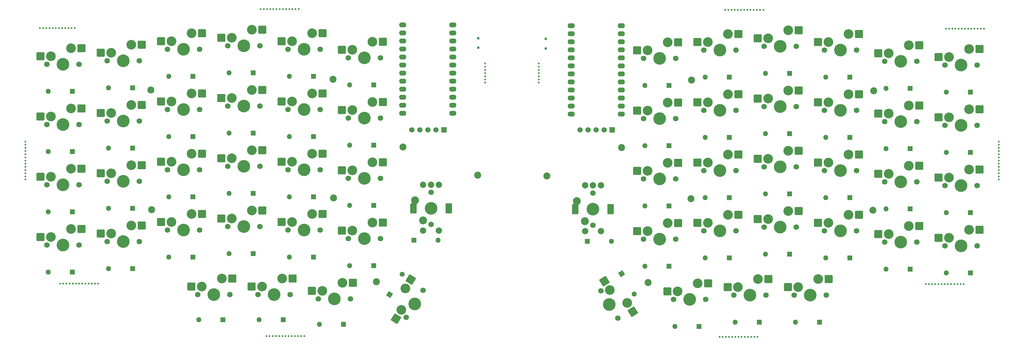
<source format=gbr>
G04 #@! TF.GenerationSoftware,KiCad,Pcbnew,9.0.3*
G04 #@! TF.CreationDate,2025-10-28T13:13:55+10:00*
G04 #@! TF.ProjectId,prototype-mk1_panel,70726f74-6f74-4797-9065-2d6d6b315f70,rev?*
G04 #@! TF.SameCoordinates,Original*
G04 #@! TF.FileFunction,Soldermask,Bot*
G04 #@! TF.FilePolarity,Negative*
%FSLAX46Y46*%
G04 Gerber Fmt 4.6, Leading zero omitted, Abs format (unit mm)*
G04 Created by KiCad (PCBNEW 9.0.3) date 2025-10-28 13:13:55*
%MOMM*%
%LPD*%
G01*
G04 APERTURE LIST*
G04 Aperture macros list*
%AMRoundRect*
0 Rectangle with rounded corners*
0 $1 Rounding radius*
0 $2 $3 $4 $5 $6 $7 $8 $9 X,Y pos of 4 corners*
0 Add a 4 corners polygon primitive as box body*
4,1,4,$2,$3,$4,$5,$6,$7,$8,$9,$2,$3,0*
0 Add four circle primitives for the rounded corners*
1,1,$1+$1,$2,$3*
1,1,$1+$1,$4,$5*
1,1,$1+$1,$6,$7*
1,1,$1+$1,$8,$9*
0 Add four rect primitives between the rounded corners*
20,1,$1+$1,$2,$3,$4,$5,0*
20,1,$1+$1,$4,$5,$6,$7,0*
20,1,$1+$1,$6,$7,$8,$9,0*
20,1,$1+$1,$8,$9,$2,$3,0*%
%AMHorizOval*
0 Thick line with rounded ends*
0 $1 width*
0 $2 $3 position (X,Y) of the first rounded end (center of the circle)*
0 $4 $5 position (X,Y) of the second rounded end (center of the circle)*
0 Add line between two ends*
20,1,$1,$2,$3,$4,$5,0*
0 Add two circle primitives to create the rounded ends*
1,1,$1,$2,$3*
1,1,$1,$4,$5*%
%AMRotRect*
0 Rectangle, with rotation*
0 The origin of the aperture is its center*
0 $1 length*
0 $2 width*
0 $3 Rotation angle, in degrees counterclockwise*
0 Add horizontal line*
21,1,$1,$2,0,0,$3*%
G04 Aperture macros list end*
%ADD10C,0.600000*%
%ADD11C,1.750000*%
%ADD12C,3.050000*%
%ADD13C,4.000000*%
%ADD14RoundRect,0.250000X-1.025000X-1.000000X1.025000X-1.000000X1.025000X1.000000X-1.025000X1.000000X0*%
%ADD15C,2.200000*%
%ADD16O,2.300000X1.600000*%
%ADD17RoundRect,0.250000X-1.391215X0.339330X-0.304881X-1.399169X1.391215X-0.339330X0.304881X1.399169X0*%
%ADD18C,2.000000*%
%ADD19RoundRect,0.250000X-0.750000X1.350000X-0.750000X-1.350000X0.750000X-1.350000X0.750000X1.350000X0*%
%ADD20C,2.500000*%
%ADD21C,0.850000*%
%ADD22R,1.700000X1.700000*%
%ADD23C,1.700000*%
%ADD24RoundRect,0.250000X0.304881X-1.399169X1.391215X0.339330X-0.304881X1.399169X-1.391215X-0.339330X0*%
%ADD25R,1.600000X1.600000*%
%ADD26O,1.600000X1.600000*%
%ADD27RotRect,1.600000X1.600000X302.000000*%
%ADD28HorizOval,1.600000X0.000000X0.000000X0.000000X0.000000X0*%
%ADD29RotRect,1.600000X1.600000X58.000000*%
%ADD30HorizOval,1.600000X0.000000X0.000000X0.000000X0.000000X0*%
G04 APERTURE END LIST*
D10*
X203486511Y-53750000D03*
X348800000Y-80400000D03*
X60213200Y-118284240D03*
D11*
X331806511Y-87311219D03*
D12*
X333076511Y-84771219D03*
D13*
X336886511Y-87311219D03*
D12*
X339426511Y-82231219D03*
D11*
X341966511Y-87311219D03*
D14*
X329801511Y-84771219D03*
X342728511Y-82231219D03*
D11*
X105166992Y-100243240D03*
D12*
X106436992Y-97703240D03*
D13*
X110246992Y-100243240D03*
D12*
X112786992Y-95163240D03*
D11*
X115326992Y-100243240D03*
D14*
X103161992Y-97703240D03*
X116088992Y-95163240D03*
D11*
X331806511Y-49211219D03*
D12*
X333076511Y-46671219D03*
D13*
X336886511Y-49211219D03*
D12*
X339426511Y-44131219D03*
D11*
X341966511Y-49211219D03*
D14*
X329801511Y-46671219D03*
X342728511Y-44131219D03*
D10*
X273387119Y-31740719D03*
X266581703Y-135125919D03*
D11*
X48016992Y-48998740D03*
D12*
X49286992Y-46458740D03*
D13*
X53096992Y-48998740D03*
D12*
X55636992Y-43918740D03*
D11*
X58176992Y-48998740D03*
D14*
X46011992Y-46458740D03*
X58938992Y-43918740D03*
D11*
X124216992Y-101386240D03*
D12*
X125486992Y-98846240D03*
D13*
X129296992Y-101386240D03*
D12*
X131836992Y-96306240D03*
D11*
X134376992Y-101386240D03*
D14*
X122211992Y-98846240D03*
X135138992Y-96306240D03*
D10*
X41200000Y-79400000D03*
X267581703Y-135125919D03*
X46832800Y-37511700D03*
X335147919Y-37726319D03*
X123593600Y-31528240D03*
X348800000Y-75400000D03*
X125401800Y-134913440D03*
X263387119Y-31740719D03*
X41200000Y-83400000D03*
X264387119Y-31740719D03*
X348800000Y-78400000D03*
X348800000Y-85400000D03*
D11*
X143266992Y-46903240D03*
D12*
X144536992Y-44363240D03*
D13*
X148346992Y-46903240D03*
D12*
X150886992Y-41823240D03*
D11*
X153426992Y-46903240D03*
D14*
X141261992Y-44363240D03*
X154188992Y-41823240D03*
D11*
X48016992Y-87098740D03*
D12*
X49286992Y-84558740D03*
D13*
X53096992Y-87098740D03*
D12*
X55636992Y-82018740D03*
D11*
X58176992Y-87098740D03*
D14*
X46011992Y-84558740D03*
X58938992Y-82018740D03*
D10*
X343147919Y-37726319D03*
X264581703Y-135125919D03*
X274387119Y-31740719D03*
X265581703Y-135125919D03*
X56213200Y-118284240D03*
D15*
X160542800Y-75114500D03*
D11*
X95641992Y-121769740D03*
D12*
X96911992Y-119229740D03*
D13*
X100721992Y-121769740D03*
D12*
X103261992Y-116689740D03*
D11*
X105801992Y-121769740D03*
D14*
X93636992Y-119229740D03*
X106563992Y-116689740D03*
D10*
X341147919Y-37726319D03*
D11*
X143266992Y-65953240D03*
D12*
X144536992Y-63413240D03*
D13*
X148346992Y-65953240D03*
D12*
X150886992Y-60873240D03*
D11*
X153426992Y-65953240D03*
D14*
X141261992Y-63413240D03*
X154188992Y-60873240D03*
D11*
X105166992Y-62143240D03*
D12*
X106436992Y-59603240D03*
D13*
X110246992Y-62143240D03*
D12*
X112786992Y-57063240D03*
D11*
X115326992Y-62143240D03*
D14*
X103161992Y-59603240D03*
X116088992Y-57063240D03*
D10*
X186500000Y-49750000D03*
X270387119Y-31740719D03*
X55832800Y-37511700D03*
X348800000Y-82400000D03*
X62213200Y-118284240D03*
X348800000Y-84400000D03*
D11*
X274656511Y-43305719D03*
D12*
X275926511Y-40765719D03*
D13*
X279736511Y-43305719D03*
D12*
X282276511Y-38225719D03*
D11*
X284816511Y-43305719D03*
D14*
X272651511Y-40765719D03*
X285578511Y-38225719D03*
D10*
X268387119Y-31740719D03*
X186500000Y-50750000D03*
X326767519Y-118496719D03*
D15*
X138442800Y-53714500D03*
D16*
X213686516Y-36740729D03*
X213686516Y-39280729D03*
X213686516Y-41820729D03*
X213686516Y-44360729D03*
X213686516Y-46900729D03*
X213686516Y-49440729D03*
X213686516Y-51980729D03*
X213686516Y-54520729D03*
X213686516Y-57060729D03*
X213686516Y-59600729D03*
X213686516Y-62140729D03*
X213686516Y-64680729D03*
X229526526Y-64680719D03*
X229526526Y-62140719D03*
X229526526Y-59600719D03*
X229526526Y-57060719D03*
X229526526Y-54520719D03*
X229526526Y-51980719D03*
X229526526Y-49440719D03*
X229526526Y-46900719D03*
X229526526Y-44360719D03*
X229526526Y-41820719D03*
X229526526Y-39280719D03*
X229526526Y-36740719D03*
D11*
X223074941Y-120610039D03*
D12*
X225901981Y-120341065D03*
D13*
X225766931Y-124918123D03*
D12*
X231421010Y-124380175D03*
D11*
X228458921Y-129226207D03*
D17*
X224166495Y-117563707D03*
X233170804Y-127180430D03*
D11*
X220586511Y-89660719D03*
D13*
X220586511Y-94740719D03*
D11*
X220586511Y-99820719D03*
D18*
X223086511Y-87240719D03*
X218086511Y-87240719D03*
X220586511Y-87240719D03*
D19*
X226186511Y-94740719D03*
D20*
X218046511Y-98550719D03*
D18*
X218086511Y-101740719D03*
D20*
X215506511Y-92200719D03*
D19*
X214986511Y-94740719D03*
D18*
X223086511Y-101740719D03*
D11*
X236556511Y-104265719D03*
D12*
X237826511Y-101725719D03*
D13*
X241636511Y-104265719D03*
D12*
X244176511Y-99185719D03*
D11*
X246716511Y-104265719D03*
D14*
X234551511Y-101725719D03*
X247478511Y-99185719D03*
D10*
X333767519Y-118496719D03*
D21*
X205686511Y-43940719D03*
X205686511Y-40940719D03*
D10*
X56832800Y-37511700D03*
D11*
X312756511Y-86168219D03*
D12*
X314026511Y-83628219D03*
D13*
X317836511Y-86168219D03*
D12*
X320376511Y-81088219D03*
D11*
X322916511Y-86168219D03*
D14*
X310751511Y-83628219D03*
X323678511Y-81088219D03*
D10*
X64213200Y-118284240D03*
X41200000Y-84400000D03*
X52832800Y-37511700D03*
X126593600Y-31528240D03*
X55213200Y-118284240D03*
X348800000Y-81400000D03*
D11*
X124216992Y-44236240D03*
D12*
X125486992Y-41696240D03*
D13*
X129296992Y-44236240D03*
D12*
X131836992Y-39156240D03*
D11*
X134376992Y-44236240D03*
D14*
X122211992Y-41696240D03*
X135138992Y-39156240D03*
D11*
X86116992Y-101386240D03*
D12*
X87386992Y-98846240D03*
D13*
X91196992Y-101386240D03*
D12*
X93736992Y-96306240D03*
D11*
X96276992Y-101386240D03*
D14*
X84111992Y-98846240D03*
X97038992Y-96306240D03*
D10*
X125593600Y-31528240D03*
X265387119Y-31740719D03*
D11*
X105166992Y-43093240D03*
D12*
X106436992Y-40553240D03*
D13*
X110246992Y-43093240D03*
D12*
X112786992Y-38013240D03*
D11*
X115326992Y-43093240D03*
D14*
X103161992Y-40553240D03*
X116088992Y-38013240D03*
D11*
X331806511Y-106361219D03*
D12*
X333076511Y-103821219D03*
D13*
X336886511Y-106361219D03*
D12*
X339426511Y-101281219D03*
D11*
X341966511Y-106361219D03*
D14*
X329801511Y-103821219D03*
X342728511Y-101281219D03*
D10*
X333147919Y-37726319D03*
X340147919Y-37726319D03*
X59213200Y-118284240D03*
D11*
X48016992Y-68048740D03*
D12*
X49286992Y-65508740D03*
D13*
X53096992Y-68048740D03*
D12*
X55636992Y-62968740D03*
D11*
X58176992Y-68048740D03*
D14*
X46011992Y-65508740D03*
X58938992Y-62968740D03*
D10*
X260581703Y-135125919D03*
X41200000Y-80400000D03*
X118401800Y-134913440D03*
X266387119Y-31740719D03*
X203486511Y-54750000D03*
X120593600Y-31528240D03*
X47832800Y-37511700D03*
D11*
X265131511Y-121982219D03*
D12*
X266401511Y-119442219D03*
D13*
X270211511Y-121982219D03*
D12*
X272751511Y-116902219D03*
D11*
X275291511Y-121982219D03*
D14*
X263126511Y-119442219D03*
X276053511Y-116902219D03*
D10*
X344147919Y-37726319D03*
X263581703Y-135125919D03*
D11*
X312756511Y-105218219D03*
D12*
X314026511Y-102678219D03*
D13*
X317836511Y-105218219D03*
D12*
X320376511Y-100138219D03*
D11*
X322916511Y-105218219D03*
D14*
X310751511Y-102678219D03*
X323678511Y-100138219D03*
D10*
X117593600Y-31528240D03*
X348800000Y-76400000D03*
X63213200Y-118284240D03*
X51832800Y-37511700D03*
D11*
X86116992Y-82336240D03*
D12*
X87386992Y-79796240D03*
D13*
X91196992Y-82336240D03*
D12*
X93736992Y-77256240D03*
D11*
X96276992Y-82336240D03*
D14*
X84111992Y-79796240D03*
X97038992Y-77256240D03*
D10*
X269581703Y-135125919D03*
D11*
X293706511Y-101598719D03*
D12*
X294976511Y-99058719D03*
D13*
X298786511Y-101598719D03*
D12*
X301326511Y-96518719D03*
D11*
X303866511Y-101598719D03*
D14*
X291701511Y-99058719D03*
X304628511Y-96518719D03*
D10*
X123401800Y-134913440D03*
X122593600Y-31528240D03*
X53213200Y-118284240D03*
X41200000Y-73400000D03*
D22*
X173506992Y-69740719D03*
D23*
X170966992Y-69740719D03*
X168426992Y-69740719D03*
X165886992Y-69740719D03*
X163346992Y-69740719D03*
D10*
X186500000Y-52750000D03*
X127593600Y-31528240D03*
X119593600Y-31528240D03*
X348800000Y-83400000D03*
X203486511Y-52750000D03*
X119401800Y-134913440D03*
D11*
X236556511Y-66165719D03*
D12*
X237826511Y-63625719D03*
D13*
X241636511Y-66165719D03*
D12*
X244176511Y-61085719D03*
D11*
X246716511Y-66165719D03*
D14*
X234551511Y-63625719D03*
X247478511Y-61085719D03*
D10*
X332767519Y-118496719D03*
D11*
X67066992Y-66905740D03*
D12*
X68336992Y-64365740D03*
D13*
X72146992Y-66905740D03*
D12*
X74686992Y-61825740D03*
D11*
X77226992Y-66905740D03*
D14*
X65061992Y-64365740D03*
X77988992Y-61825740D03*
D11*
X105166992Y-81193240D03*
D12*
X106436992Y-78653240D03*
D13*
X110246992Y-81193240D03*
D12*
X112786992Y-76113240D03*
D11*
X115326992Y-81193240D03*
D14*
X103161992Y-78653240D03*
X116088992Y-76113240D03*
D10*
X348800000Y-77400000D03*
X331767519Y-118496719D03*
X50832800Y-37511700D03*
D11*
X124216992Y-63286240D03*
D12*
X125486992Y-60746240D03*
D13*
X129296992Y-63286240D03*
D12*
X131836992Y-58206240D03*
D11*
X134376992Y-63286240D03*
D14*
X122211992Y-60746240D03*
X135138992Y-58206240D03*
D10*
X41200000Y-81400000D03*
D11*
X255606511Y-101598719D03*
D12*
X256876511Y-99058719D03*
D13*
X260686511Y-101598719D03*
D12*
X263226511Y-96518719D03*
D11*
X265766511Y-101598719D03*
D14*
X253601511Y-99058719D03*
X266528511Y-96518719D03*
D11*
X67066992Y-47855740D03*
D12*
X68336992Y-45315740D03*
D13*
X72146992Y-47855740D03*
D12*
X74686992Y-42775740D03*
D11*
X77226992Y-47855740D03*
D14*
X65061992Y-45315740D03*
X77988992Y-42775740D03*
D10*
X272581703Y-135125919D03*
X186500000Y-54750000D03*
X41200000Y-85400000D03*
D11*
X48016992Y-106148740D03*
D12*
X49286992Y-103608740D03*
D13*
X53096992Y-106148740D03*
D12*
X55636992Y-101068740D03*
D11*
X58176992Y-106148740D03*
D14*
X46011992Y-103608740D03*
X58938992Y-101068740D03*
D11*
X274656511Y-81405719D03*
D12*
X275926511Y-78865719D03*
D13*
X279736511Y-81405719D03*
D12*
X282276511Y-76325719D03*
D11*
X284816511Y-81405719D03*
D14*
X272651511Y-78865719D03*
X285578511Y-76325719D03*
D10*
X124593600Y-31528240D03*
D11*
X143266992Y-104053240D03*
D12*
X144536992Y-101513240D03*
D13*
X148346992Y-104053240D03*
D12*
X150886992Y-98973240D03*
D11*
X153426992Y-104053240D03*
D14*
X141261992Y-101513240D03*
X154188992Y-98973240D03*
D11*
X284181511Y-121982219D03*
D12*
X285451511Y-119442219D03*
D13*
X289261511Y-121982219D03*
D12*
X291801511Y-116902219D03*
D11*
X294341511Y-121982219D03*
D14*
X282176511Y-119442219D03*
X295103511Y-116902219D03*
D11*
X312756511Y-67118219D03*
D12*
X314026511Y-64578219D03*
D13*
X317836511Y-67118219D03*
D12*
X320376511Y-62038219D03*
D11*
X322916511Y-67118219D03*
D14*
X310751511Y-64578219D03*
X323678511Y-62038219D03*
D10*
X272387119Y-31740719D03*
X203486511Y-48750000D03*
X115593600Y-31528240D03*
X124401800Y-134913440D03*
X336147919Y-37726319D03*
X270581703Y-135125919D03*
D11*
X293706511Y-63498719D03*
D12*
X294976511Y-60958719D03*
D13*
X298786511Y-63498719D03*
D12*
X301326511Y-58418719D03*
D11*
X303866511Y-63498719D03*
D14*
X291701511Y-60958719D03*
X304628511Y-58418719D03*
D10*
X61213200Y-118284240D03*
X269387119Y-31740719D03*
D11*
X255606511Y-44448719D03*
D12*
X256876511Y-41908719D03*
D13*
X260686511Y-44448719D03*
D12*
X263226511Y-39368719D03*
D11*
X265766511Y-44448719D03*
D14*
X253601511Y-41908719D03*
X266528511Y-39368719D03*
D10*
X271581703Y-135125919D03*
X332147919Y-37726319D03*
X126401800Y-134913440D03*
D11*
X255606511Y-82548719D03*
D12*
X256876511Y-80008719D03*
D13*
X260686511Y-82548719D03*
D12*
X263226511Y-77468719D03*
D11*
X265766511Y-82548719D03*
D14*
X253601511Y-80008719D03*
X266528511Y-77468719D03*
D10*
X325767519Y-118496719D03*
D11*
X86116992Y-44236240D03*
D12*
X87386992Y-41696240D03*
D13*
X91196992Y-44236240D03*
D12*
X93736992Y-39156240D03*
D11*
X96276992Y-44236240D03*
D14*
X84111992Y-41696240D03*
X97038992Y-39156240D03*
D11*
X169396992Y-89448240D03*
D13*
X169396992Y-94528240D03*
D11*
X169396992Y-99608240D03*
D18*
X171896992Y-87028240D03*
X166896992Y-87028240D03*
X169396992Y-87028240D03*
D19*
X174996992Y-94528240D03*
D20*
X166856992Y-98338240D03*
D18*
X166896992Y-101528240D03*
D20*
X164316992Y-91988240D03*
D19*
X163796992Y-94528240D03*
D18*
X171896992Y-101528240D03*
D11*
X274656511Y-62355719D03*
D12*
X275926511Y-59815719D03*
D13*
X279736511Y-62355719D03*
D12*
X282276511Y-57275719D03*
D11*
X284816511Y-62355719D03*
D14*
X272651511Y-59815719D03*
X285578511Y-57275719D03*
D11*
X114691992Y-121769740D03*
D12*
X115961992Y-119229740D03*
D13*
X119771992Y-121769740D03*
D12*
X122311992Y-116689740D03*
D11*
X124851992Y-121769740D03*
D14*
X112686992Y-119229740D03*
X125613992Y-116689740D03*
D10*
X54213200Y-118284240D03*
X203486511Y-50750000D03*
X186500000Y-53750000D03*
X262387119Y-31740719D03*
X348800000Y-79400000D03*
X337147919Y-37726319D03*
X328767519Y-118496719D03*
X327767519Y-118496719D03*
X338147919Y-37726319D03*
X127401800Y-134913440D03*
X128401800Y-134913440D03*
X49832800Y-37511700D03*
X339147919Y-37726319D03*
D11*
X246081511Y-123315719D03*
D12*
X247351511Y-120775719D03*
D13*
X251161511Y-123315719D03*
D12*
X253701511Y-118235719D03*
D11*
X256241511Y-123315719D03*
D14*
X244076511Y-120775719D03*
X257003511Y-118235719D03*
D11*
X293706511Y-82548719D03*
D12*
X294976511Y-80008719D03*
D13*
X298786511Y-82548719D03*
D12*
X301326511Y-77468719D03*
D11*
X303866511Y-82548719D03*
D14*
X291701511Y-80008719D03*
X304628511Y-77468719D03*
D10*
X41200000Y-82400000D03*
X52213200Y-118284240D03*
D22*
X226696511Y-69740719D03*
D23*
X224156511Y-69740719D03*
X221616511Y-69740719D03*
X219076511Y-69740719D03*
X216536511Y-69740719D03*
D10*
X41200000Y-76400000D03*
X334767519Y-118496719D03*
X348800000Y-73400000D03*
X45832800Y-37511700D03*
X116593600Y-31528240D03*
X57213200Y-118284240D03*
X330767519Y-118496719D03*
D11*
X331806511Y-68261219D03*
D12*
X333076511Y-65721219D03*
D13*
X336886511Y-68261219D03*
D12*
X339426511Y-63181219D03*
D11*
X341966511Y-68261219D03*
D14*
X329801511Y-65721219D03*
X342728511Y-63181219D03*
D10*
X186500000Y-51750000D03*
X261581703Y-135125919D03*
X348800000Y-74400000D03*
X117401800Y-134913440D03*
D15*
X80842800Y-57114500D03*
X138642800Y-91214500D03*
D10*
X41200000Y-74400000D03*
X120401800Y-134913440D03*
D11*
X293706511Y-44448719D03*
D12*
X294976511Y-41908719D03*
D13*
X298786511Y-44448719D03*
D12*
X301326511Y-39368719D03*
D11*
X303866511Y-44448719D03*
D14*
X291701511Y-41908719D03*
X304628511Y-39368719D03*
D10*
X121401800Y-134913440D03*
D15*
X152142800Y-117714500D03*
D10*
X58213200Y-118284240D03*
X271387119Y-31740719D03*
X41200000Y-75400000D03*
X41200000Y-78400000D03*
D11*
X274656511Y-100455719D03*
D12*
X275926511Y-97915719D03*
D13*
X279736511Y-100455719D03*
D12*
X282276511Y-95375719D03*
D11*
X284816511Y-100455719D03*
D14*
X272651511Y-97915719D03*
X285578511Y-95375719D03*
D10*
X336767519Y-118496719D03*
D15*
X81142800Y-94914500D03*
D11*
X133741992Y-123103240D03*
D12*
X135011992Y-120563240D03*
D13*
X138821992Y-123103240D03*
D12*
X141361992Y-118023240D03*
D11*
X143901992Y-123103240D03*
D14*
X131736992Y-120563240D03*
X144663992Y-118023240D03*
D10*
X329767519Y-118496719D03*
X41200000Y-77400000D03*
X122401800Y-134913440D03*
D11*
X161524582Y-129013728D03*
D12*
X160043537Y-126590712D03*
D13*
X164216572Y-124705644D03*
D12*
X161254483Y-119859612D03*
D11*
X166908562Y-120397560D03*
D24*
X158308052Y-129368070D03*
X163004276Y-117059357D03*
D10*
X54832800Y-37511700D03*
D11*
X86116992Y-63286240D03*
D12*
X87386992Y-60746240D03*
D13*
X91196992Y-63286240D03*
D12*
X93736992Y-58206240D03*
D11*
X96276992Y-63286240D03*
D14*
X84111992Y-60746240D03*
X97038992Y-58206240D03*
D10*
X334147919Y-37726319D03*
D21*
X184296992Y-40728240D03*
X184296992Y-43728240D03*
D11*
X312756511Y-48068219D03*
D12*
X314026511Y-45528219D03*
D13*
X317836511Y-48068219D03*
D12*
X320376511Y-42988219D03*
D11*
X322916511Y-48068219D03*
D14*
X310751511Y-45528219D03*
X323678511Y-42988219D03*
D10*
X186500000Y-48750000D03*
D11*
X67066992Y-85955740D03*
D12*
X68336992Y-83415740D03*
D13*
X72146992Y-85955740D03*
D12*
X74686992Y-80875740D03*
D11*
X77226992Y-85955740D03*
D14*
X65061992Y-83415740D03*
X77988992Y-80875740D03*
D10*
X203486511Y-49750000D03*
D11*
X236556511Y-47115719D03*
D12*
X237826511Y-44575719D03*
D13*
X241636511Y-47115719D03*
D12*
X244176511Y-42035719D03*
D11*
X246716511Y-47115719D03*
D14*
X234551511Y-44575719D03*
X247478511Y-42035719D03*
D10*
X121593600Y-31528240D03*
X262581703Y-135125919D03*
X48832800Y-37511700D03*
D15*
X184142800Y-84014500D03*
D10*
X337767519Y-118496719D03*
X129401800Y-134913440D03*
X335767519Y-118496719D03*
X267387119Y-31740719D03*
X203486511Y-51750000D03*
D11*
X143266992Y-85003240D03*
D12*
X144536992Y-82463240D03*
D13*
X148346992Y-85003240D03*
D12*
X150886992Y-79923240D03*
D11*
X153426992Y-85003240D03*
D14*
X141261992Y-82463240D03*
X154188992Y-79923240D03*
D10*
X268581703Y-135125919D03*
D11*
X236556511Y-85215719D03*
D12*
X237826511Y-82675719D03*
D13*
X241636511Y-85215719D03*
D12*
X244176511Y-80135719D03*
D11*
X246716511Y-85215719D03*
D14*
X234551511Y-82675719D03*
X247478511Y-80135719D03*
D11*
X255606511Y-63498719D03*
D12*
X256876511Y-60958719D03*
D13*
X260686511Y-63498719D03*
D12*
X263226511Y-58418719D03*
D11*
X265766511Y-63498719D03*
D14*
X253601511Y-60958719D03*
X266528511Y-58418719D03*
D10*
X53832800Y-37511700D03*
D11*
X124216992Y-82336240D03*
D12*
X125486992Y-79796240D03*
D13*
X129296992Y-82336240D03*
D12*
X131836992Y-77256240D03*
D11*
X134376992Y-82336240D03*
D14*
X122211992Y-79796240D03*
X135138992Y-77256240D03*
D10*
X118593600Y-31528240D03*
D11*
X67066992Y-105005740D03*
D12*
X68336992Y-102465740D03*
D13*
X72146992Y-105005740D03*
D12*
X74686992Y-99925740D03*
D11*
X77226992Y-105005740D03*
D14*
X65061992Y-102465740D03*
X77988992Y-99925740D03*
D16*
X160456977Y-36528250D03*
X160456977Y-39068250D03*
X160456977Y-41608250D03*
X160456977Y-44148250D03*
X160456977Y-46688250D03*
X160456977Y-49228250D03*
X160456977Y-51768250D03*
X160456977Y-54308250D03*
X160456977Y-56848250D03*
X160456977Y-59388250D03*
X160456977Y-61928250D03*
X160456977Y-64468250D03*
X176296987Y-64468240D03*
X176296987Y-61928240D03*
X176296987Y-59388240D03*
X176296987Y-56848240D03*
X176296987Y-54308240D03*
X176296987Y-51768240D03*
X176296987Y-49228240D03*
X176296987Y-46688240D03*
X176296987Y-44148240D03*
X176296987Y-41608240D03*
X176296987Y-39068240D03*
X176296987Y-36528240D03*
D10*
X342147919Y-37726319D03*
D25*
X301728511Y-72045469D03*
D26*
X294108511Y-72045469D03*
D15*
X206032319Y-84226979D03*
D25*
X282678511Y-89952469D03*
D26*
X275058511Y-89952469D03*
D25*
X151288992Y-74499990D03*
D26*
X143668992Y-74499990D03*
D25*
X75088992Y-56402490D03*
D26*
X67468992Y-56402490D03*
D25*
X339828511Y-114907969D03*
D26*
X332208511Y-114907969D03*
D25*
X244610000Y-74700000D03*
D26*
X236990000Y-74700000D03*
D25*
X151288992Y-55449990D03*
D26*
X143668992Y-55449990D03*
D25*
X320778511Y-113764969D03*
D26*
X313158511Y-113764969D03*
D27*
X229598519Y-115180156D03*
D28*
X233636504Y-121642282D03*
D25*
X151288992Y-112599990D03*
D26*
X143668992Y-112599990D03*
D25*
X113188992Y-89739990D03*
D26*
X105568992Y-89739990D03*
D25*
X339828511Y-95857969D03*
D26*
X332208511Y-95857969D03*
D25*
X94138992Y-71832990D03*
D26*
X86518992Y-71832990D03*
D25*
X56038992Y-76595490D03*
D26*
X48418992Y-76595490D03*
D15*
X251732319Y-53926979D03*
D25*
X94138992Y-52782990D03*
D26*
X86518992Y-52782990D03*
D25*
X301728511Y-91095469D03*
D26*
X294108511Y-91095469D03*
D25*
X263628511Y-110145469D03*
D26*
X256008511Y-110145469D03*
D25*
X151288992Y-93549990D03*
D26*
X143668992Y-93549990D03*
D25*
X339828511Y-57757969D03*
D26*
X332208511Y-57757969D03*
D15*
X309332319Y-57326979D03*
D25*
X113188992Y-108789990D03*
D26*
X105568992Y-108789990D03*
D15*
X229632319Y-75326979D03*
D25*
X94138992Y-109932990D03*
D26*
X86518992Y-109932990D03*
D25*
X263628511Y-72045469D03*
D26*
X256008511Y-72045469D03*
D25*
X244578511Y-93762469D03*
D26*
X236958511Y-93762469D03*
D25*
X339828511Y-76807969D03*
D26*
X332208511Y-76807969D03*
D25*
X263628511Y-91095469D03*
D26*
X256008511Y-91095469D03*
D25*
X56038992Y-114695490D03*
D26*
X48418992Y-114695490D03*
D25*
X301728511Y-52995469D03*
D26*
X294108511Y-52995469D03*
D25*
X113188992Y-70689990D03*
D26*
X105568992Y-70689990D03*
D25*
X282678511Y-51852469D03*
D26*
X275058511Y-51852469D03*
D25*
X301728511Y-110145469D03*
D26*
X294108511Y-110145469D03*
D25*
X132238992Y-52782990D03*
D26*
X124618992Y-52782990D03*
D25*
X244578511Y-55662469D03*
D26*
X236958511Y-55662469D03*
D25*
X218822319Y-104911219D03*
D26*
X226442319Y-104911219D03*
D25*
X320778511Y-56614969D03*
D26*
X313158511Y-56614969D03*
D25*
X292203511Y-130528969D03*
D26*
X284583511Y-130528969D03*
D15*
X309032319Y-95126979D03*
D25*
X132238992Y-90882990D03*
D26*
X124618992Y-90882990D03*
D25*
X56038992Y-95645490D03*
D26*
X48418992Y-95645490D03*
D25*
X273153511Y-130528969D03*
D26*
X265533511Y-130528969D03*
D29*
X156270000Y-121781054D03*
D30*
X160307985Y-115318928D03*
D25*
X254103511Y-131862469D03*
D26*
X246483511Y-131862469D03*
D25*
X163978992Y-104549990D03*
D26*
X171598992Y-104549990D03*
D25*
X122710000Y-129700000D03*
D26*
X115090000Y-129700000D03*
D15*
X251532319Y-91426979D03*
D25*
X94138992Y-90882990D03*
D26*
X86518992Y-90882990D03*
D25*
X113188992Y-51639990D03*
D26*
X105568992Y-51639990D03*
D25*
X282678511Y-109002469D03*
D26*
X275058511Y-109002469D03*
D25*
X320778511Y-94714969D03*
D26*
X313158511Y-94714969D03*
D25*
X132238992Y-109932990D03*
D26*
X124618992Y-109932990D03*
D25*
X244578511Y-112812469D03*
D26*
X236958511Y-112812469D03*
D15*
X238032319Y-117926979D03*
D25*
X75088992Y-75452490D03*
D26*
X67468992Y-75452490D03*
D25*
X282678511Y-70902469D03*
D26*
X275058511Y-70902469D03*
D25*
X56038992Y-57545490D03*
D26*
X48418992Y-57545490D03*
D25*
X103663992Y-129700000D03*
D26*
X96043992Y-129700000D03*
D25*
X75088992Y-94502490D03*
D26*
X67468992Y-94502490D03*
D25*
X263628511Y-52995469D03*
D26*
X256008511Y-52995469D03*
D25*
X132238992Y-71832990D03*
D26*
X124618992Y-71832990D03*
D25*
X320778511Y-75664969D03*
D26*
X313158511Y-75664969D03*
D25*
X75088992Y-113552490D03*
D26*
X67468992Y-113552490D03*
D25*
X141763992Y-131200000D03*
D26*
X134143992Y-131200000D03*
M02*

</source>
